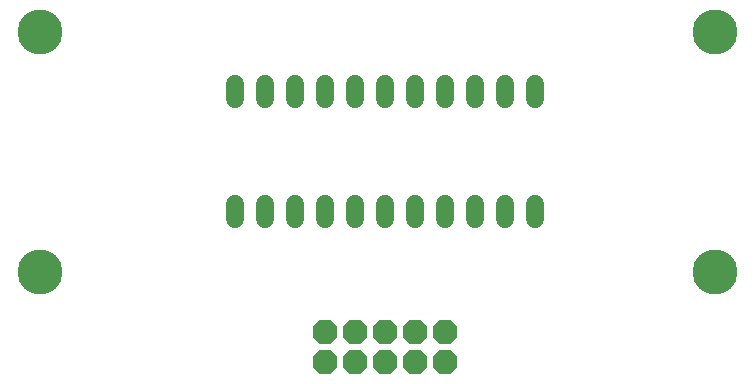
<source format=gbs>
G75*
G70*
%OFA0B0*%
%FSLAX24Y24*%
%IPPOS*%
%LPD*%
%AMOC8*
5,1,8,0,0,1.08239X$1,22.5*
%
%ADD10C,0.0600*%
%ADD11OC8,0.0820*%
%ADD12C,0.1497*%
D10*
X008600Y006840D02*
X008600Y007360D01*
X009600Y007360D02*
X009600Y006840D01*
X010600Y006840D02*
X010600Y007360D01*
X011600Y007360D02*
X011600Y006840D01*
X012600Y006840D02*
X012600Y007360D01*
X013600Y007360D02*
X013600Y006840D01*
X014600Y006840D02*
X014600Y007360D01*
X015600Y007360D02*
X015600Y006840D01*
X016600Y006840D02*
X016600Y007360D01*
X017600Y007360D02*
X017600Y006840D01*
X018600Y006840D02*
X018600Y007360D01*
X018600Y010840D02*
X018600Y011360D01*
X017600Y011360D02*
X017600Y010840D01*
X016600Y010840D02*
X016600Y011360D01*
X015600Y011360D02*
X015600Y010840D01*
X014600Y010840D02*
X014600Y011360D01*
X013600Y011360D02*
X013600Y010840D01*
X012600Y010840D02*
X012600Y011360D01*
X011600Y011360D02*
X011600Y010840D01*
X010600Y010840D02*
X010600Y011360D01*
X009600Y011360D02*
X009600Y010840D01*
X008600Y010840D02*
X008600Y011360D01*
D11*
X011600Y003100D03*
X012600Y003100D03*
X013600Y003100D03*
X014600Y003100D03*
X015600Y003100D03*
X015600Y002100D03*
X014600Y002100D03*
X013600Y002100D03*
X012600Y002100D03*
X011600Y002100D03*
D12*
X002100Y005100D03*
X002100Y013100D03*
X024600Y013100D03*
X024600Y005100D03*
M02*

</source>
